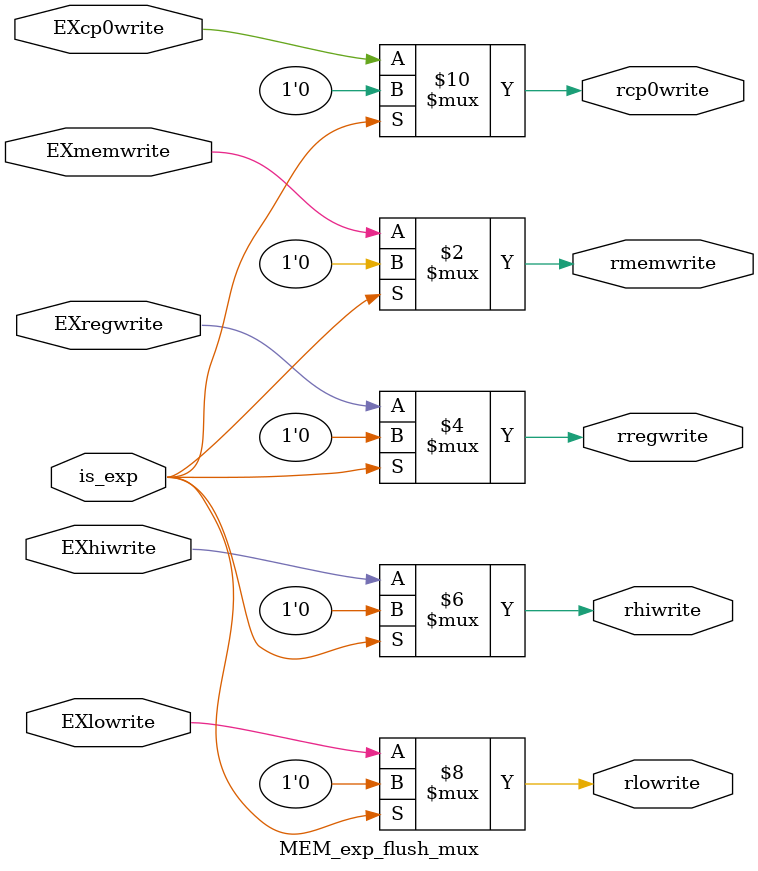
<source format=v>
`timescale 1ns / 1ps


module MEM_exp_flush_mux(
            input EXmemwrite,EXregwrite,EXhiwrite,EXlowrite,EXcp0write,
            input is_exp,
            output rmemwrite,rregwrite,rhiwrite,rlowrite,rcp0write
    );
    
            assign rmemwrite = (is_exp == 1'b1)     ?       1'b0        :       EXmemwrite;
            assign rregwrite = (is_exp == 1'b1)     ?       1'b0        :       EXregwrite;
            assign rhiwrite = (is_exp == 1'b1)     ?       1'b0        :       EXhiwrite;
            assign rlowrite = (is_exp == 1'b1)     ?       1'b0        :       EXlowrite;
            assign rcp0write = (is_exp == 1'b1)     ?       1'b0        :       EXcp0write;
endmodule

</source>
